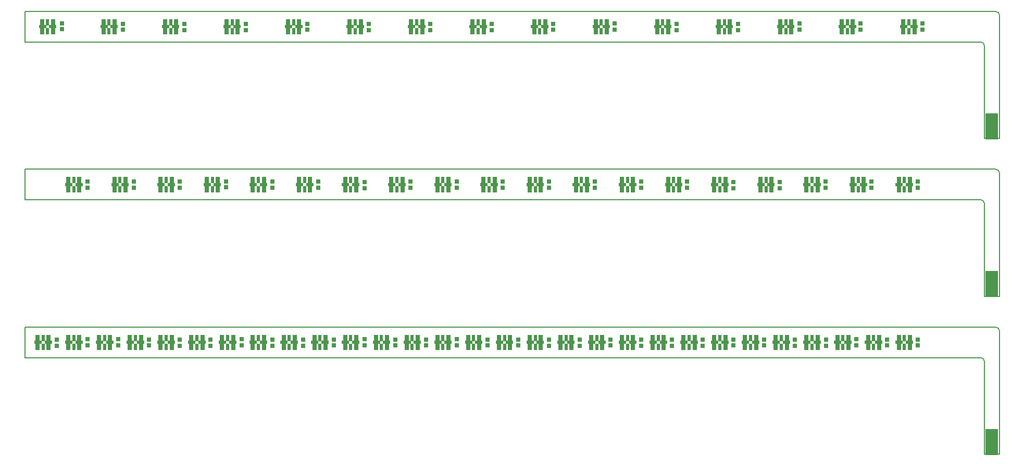
<source format=gts>
G04*
G04 #@! TF.GenerationSoftware,Altium Limited,Altium Designer,19.0.12 (326)*
G04*
G04 Layer_Color=8388736*
%FSLAX44Y44*%
%MOMM*%
G71*
G01*
G75*
%ADD21C,0.1270*%
%ADD28R,0.5032X4.2032*%
%ADD29R,0.7032X1.0032*%
%ADD30R,0.5032X1.0032*%
%ADD31R,1.2032X0.5032*%
%ADD32R,0.8032X0.8032*%
D21*
X1559500Y666000D02*
G03*
X1554500Y671000I-5000J0D01*
G01*
X1584500Y714640D02*
G03*
X1578140Y721000I-6360J0D01*
G01*
X0Y671000D02*
Y721000D01*
Y671000D02*
X1554500D01*
X0Y721000D02*
X1474500D01*
X1559500D01*
Y514000D02*
Y666000D01*
X1554500Y671000D02*
X1554500D01*
X1559500Y721000D02*
X1578140D01*
X1584500Y514000D02*
Y714640D01*
X1559500Y514000D02*
X1584500D01*
X1559500Y409000D02*
G03*
X1554500Y414000I-5000J0D01*
G01*
X1584500Y457640D02*
G03*
X1578140Y464000I-6360J0D01*
G01*
X0Y414000D02*
Y464000D01*
Y414000D02*
X1554500D01*
X0Y464000D02*
X1474500D01*
X1559500D01*
Y257000D02*
Y409000D01*
X1554500Y414000D02*
X1554500D01*
X1559500Y464000D02*
X1578140D01*
X1584500Y257000D02*
Y457640D01*
X1559500Y257000D02*
X1584500D01*
X1559500Y152000D02*
G03*
X1554500Y157000I-5000J0D01*
G01*
X1584500Y200640D02*
G03*
X1578140Y207000I-6360J0D01*
G01*
X0Y157000D02*
Y207000D01*
Y157000D02*
X1554500D01*
X0Y207000D02*
X1474500D01*
X1559500D01*
Y0D02*
Y152000D01*
X1554500Y157000D02*
X1554500D01*
X1559500Y207000D02*
X1578140D01*
X1584500Y0D02*
Y200640D01*
X1559500Y0D02*
X1584500D01*
D28*
X1564500Y533996D02*
D03*
X1569500D02*
D03*
X1574500D02*
D03*
X1579500D02*
D03*
X1564500Y276996D02*
D03*
X1569500D02*
D03*
X1574500D02*
D03*
X1579500D02*
D03*
X1564500Y19996D02*
D03*
X1569500D02*
D03*
X1574500D02*
D03*
X1579500D02*
D03*
D29*
X28056Y688500D02*
D03*
X46056D02*
D03*
X28056Y703500D02*
D03*
X46056D02*
D03*
X1446056Y703500D02*
D03*
X1428056D02*
D03*
X1446056Y688500D02*
D03*
X1428056D02*
D03*
X1328056D02*
D03*
X1346056D02*
D03*
X1328056Y703500D02*
D03*
X1346056D02*
D03*
X1246056Y703500D02*
D03*
X1228056D02*
D03*
X1246056Y688500D02*
D03*
X1228056D02*
D03*
X1128056D02*
D03*
X1146056D02*
D03*
X1128056Y703500D02*
D03*
X1146056D02*
D03*
X1046056Y703500D02*
D03*
X1028056D02*
D03*
X1046056Y688500D02*
D03*
X1028056D02*
D03*
X928056D02*
D03*
X946056D02*
D03*
X928056Y703500D02*
D03*
X946056D02*
D03*
X846056D02*
D03*
X828056D02*
D03*
X846056Y688500D02*
D03*
X828056D02*
D03*
X728056D02*
D03*
X746056D02*
D03*
X728056Y703500D02*
D03*
X746056D02*
D03*
X646056Y703500D02*
D03*
X628056D02*
D03*
X646056Y688500D02*
D03*
X628056D02*
D03*
X528056Y688500D02*
D03*
X546056D02*
D03*
X528056Y703500D02*
D03*
X546056D02*
D03*
X446056Y703500D02*
D03*
X428056D02*
D03*
X446056Y688500D02*
D03*
X428056D02*
D03*
X328056Y688501D02*
D03*
X346056D02*
D03*
X328056Y703501D02*
D03*
X346056D02*
D03*
X246056Y703500D02*
D03*
X228056D02*
D03*
X246056Y688500D02*
D03*
X228056D02*
D03*
X128056Y688501D02*
D03*
X146056D02*
D03*
X128056Y703501D02*
D03*
X146056D02*
D03*
X1438766Y446500D02*
D03*
X1420766D02*
D03*
X1438766Y431500D02*
D03*
X1420766D02*
D03*
X1345766D02*
D03*
X1363766D02*
D03*
X1345766Y446500D02*
D03*
X1363766D02*
D03*
X1288766D02*
D03*
X1270766D02*
D03*
X1288766Y431500D02*
D03*
X1270766D02*
D03*
X1195766D02*
D03*
X1213766D02*
D03*
X1195766Y446500D02*
D03*
X1213766D02*
D03*
X1138792Y446500D02*
D03*
X1120792D02*
D03*
X1138792Y431500D02*
D03*
X1120792D02*
D03*
X1045766Y431500D02*
D03*
X1063766D02*
D03*
X1045766Y446500D02*
D03*
X1063766D02*
D03*
X988766D02*
D03*
X970766D02*
D03*
X988766Y431500D02*
D03*
X970766D02*
D03*
X895766D02*
D03*
X913766D02*
D03*
X895766Y446500D02*
D03*
X913766D02*
D03*
X838766D02*
D03*
X820766D02*
D03*
X838766Y431500D02*
D03*
X820766D02*
D03*
X745766D02*
D03*
X763766D02*
D03*
X745766Y446500D02*
D03*
X763766D02*
D03*
X688766D02*
D03*
X670766D02*
D03*
X688766Y431500D02*
D03*
X670766D02*
D03*
X595766D02*
D03*
X613766D02*
D03*
X595766Y446500D02*
D03*
X613766D02*
D03*
X538766D02*
D03*
X520766D02*
D03*
X538766Y431500D02*
D03*
X520766D02*
D03*
X445766D02*
D03*
X463766D02*
D03*
X445766Y446500D02*
D03*
X463766D02*
D03*
X388766D02*
D03*
X370766D02*
D03*
X388766Y431500D02*
D03*
X370766D02*
D03*
X295766D02*
D03*
X313766D02*
D03*
X295766Y446500D02*
D03*
X313766D02*
D03*
X238766D02*
D03*
X220766D02*
D03*
X238766Y431500D02*
D03*
X220766D02*
D03*
X145766D02*
D03*
X163766D02*
D03*
X145766Y446500D02*
D03*
X163766D02*
D03*
X88766Y446500D02*
D03*
X70766D02*
D03*
X88766Y431500D02*
D03*
X70766D02*
D03*
X1438766Y189500D02*
D03*
X1420766D02*
D03*
X1438766Y174500D02*
D03*
X1420766D02*
D03*
X1370728D02*
D03*
X1388728D02*
D03*
X1370728Y189500D02*
D03*
X1388728D02*
D03*
X1338766D02*
D03*
X1320766D02*
D03*
X1338766Y174500D02*
D03*
X1320766D02*
D03*
X1270766D02*
D03*
X1288766D02*
D03*
X1270766Y189500D02*
D03*
X1288766D02*
D03*
X1238766D02*
D03*
X1220766D02*
D03*
X1238766Y174500D02*
D03*
X1220766D02*
D03*
X1170766D02*
D03*
X1188766D02*
D03*
X1170766Y189500D02*
D03*
X1188766D02*
D03*
X1138766D02*
D03*
X1120766D02*
D03*
X1138766Y174500D02*
D03*
X1120766D02*
D03*
X1070766D02*
D03*
X1088766D02*
D03*
X1070766Y189500D02*
D03*
X1088766D02*
D03*
X1038766Y189500D02*
D03*
X1020766D02*
D03*
X1038766Y174500D02*
D03*
X1020766D02*
D03*
X970766Y174500D02*
D03*
X988766D02*
D03*
X970766Y189500D02*
D03*
X988766D02*
D03*
X938766Y189500D02*
D03*
X920766D02*
D03*
X938766Y174500D02*
D03*
X920766D02*
D03*
X870766Y174500D02*
D03*
X888766D02*
D03*
X870766Y189500D02*
D03*
X888766D02*
D03*
X838766Y189500D02*
D03*
X820766D02*
D03*
X838766Y174500D02*
D03*
X820766D02*
D03*
X770780D02*
D03*
X788780D02*
D03*
X770780Y189500D02*
D03*
X788780D02*
D03*
X738742Y189500D02*
D03*
X720742D02*
D03*
X738742Y174500D02*
D03*
X720742D02*
D03*
X670766Y174500D02*
D03*
X688766D02*
D03*
X670766Y189500D02*
D03*
X688766D02*
D03*
X638766Y189500D02*
D03*
X620766D02*
D03*
X638766Y174500D02*
D03*
X620766D02*
D03*
X570766Y174500D02*
D03*
X588766D02*
D03*
X570766Y189500D02*
D03*
X588766D02*
D03*
X538766Y189500D02*
D03*
X520766D02*
D03*
X538766Y174500D02*
D03*
X520766D02*
D03*
X470766D02*
D03*
X488766D02*
D03*
X470766Y189500D02*
D03*
X488766D02*
D03*
X438766D02*
D03*
X420766D02*
D03*
X438766Y174500D02*
D03*
X420766D02*
D03*
X370766D02*
D03*
X388766D02*
D03*
X370766Y189500D02*
D03*
X388766D02*
D03*
X338766D02*
D03*
X320766D02*
D03*
X338766Y174500D02*
D03*
X320766D02*
D03*
X270766D02*
D03*
X288766D02*
D03*
X270766Y189500D02*
D03*
X288766D02*
D03*
X238766D02*
D03*
X220766D02*
D03*
X238766Y174500D02*
D03*
X220766D02*
D03*
X170766Y174500D02*
D03*
X188766D02*
D03*
X170766Y189500D02*
D03*
X188766D02*
D03*
X138766Y189500D02*
D03*
X120766D02*
D03*
X138766Y174500D02*
D03*
X120766D02*
D03*
X70766Y174500D02*
D03*
X88766D02*
D03*
X70766Y189500D02*
D03*
X88766D02*
D03*
X38766Y189500D02*
D03*
X20766D02*
D03*
X38766Y174500D02*
D03*
X20766D02*
D03*
D30*
X37056Y703500D02*
D03*
Y688500D02*
D03*
X1437056Y688500D02*
D03*
Y703500D02*
D03*
X1337056D02*
D03*
Y688500D02*
D03*
X1237056Y688500D02*
D03*
Y703500D02*
D03*
X1137056D02*
D03*
Y688500D02*
D03*
X1037056Y688500D02*
D03*
Y703500D02*
D03*
X937056D02*
D03*
Y688500D02*
D03*
X837056D02*
D03*
Y703500D02*
D03*
X737056D02*
D03*
Y688500D02*
D03*
X637056Y688500D02*
D03*
Y703500D02*
D03*
X537056Y703500D02*
D03*
Y688500D02*
D03*
X437056Y688500D02*
D03*
Y703500D02*
D03*
X337056Y703501D02*
D03*
Y688501D02*
D03*
X237056Y688500D02*
D03*
Y703500D02*
D03*
X137056Y703501D02*
D03*
Y688501D02*
D03*
X1429766Y431500D02*
D03*
Y446500D02*
D03*
X1354766D02*
D03*
Y431500D02*
D03*
X1279766D02*
D03*
Y446500D02*
D03*
X1204766D02*
D03*
Y431500D02*
D03*
X1129792Y431500D02*
D03*
Y446500D02*
D03*
X1054766Y446500D02*
D03*
Y431500D02*
D03*
X979766D02*
D03*
Y446500D02*
D03*
X904766D02*
D03*
Y431500D02*
D03*
X829766D02*
D03*
Y446500D02*
D03*
X754766D02*
D03*
Y431500D02*
D03*
X679766D02*
D03*
Y446500D02*
D03*
X604766D02*
D03*
Y431500D02*
D03*
X529766D02*
D03*
Y446500D02*
D03*
X454766D02*
D03*
Y431500D02*
D03*
X379766D02*
D03*
Y446500D02*
D03*
X304766D02*
D03*
Y431500D02*
D03*
X229766D02*
D03*
Y446500D02*
D03*
X154766D02*
D03*
Y431500D02*
D03*
X79766Y431500D02*
D03*
Y446500D02*
D03*
X1429766Y174500D02*
D03*
Y189500D02*
D03*
X1379728D02*
D03*
Y174500D02*
D03*
X1329766D02*
D03*
Y189500D02*
D03*
X1279766D02*
D03*
Y174500D02*
D03*
X1229766D02*
D03*
Y189500D02*
D03*
X1179766D02*
D03*
Y174500D02*
D03*
X1129766D02*
D03*
Y189500D02*
D03*
X1079766D02*
D03*
Y174500D02*
D03*
X1029766Y174500D02*
D03*
Y189500D02*
D03*
X979766Y189500D02*
D03*
Y174500D02*
D03*
X929766Y174500D02*
D03*
Y189500D02*
D03*
X879766Y189500D02*
D03*
Y174500D02*
D03*
X829766Y174500D02*
D03*
Y189500D02*
D03*
X779780D02*
D03*
Y174500D02*
D03*
X729742Y174500D02*
D03*
Y189500D02*
D03*
X679766Y189500D02*
D03*
Y174500D02*
D03*
X629766Y174500D02*
D03*
Y189500D02*
D03*
X579766Y189500D02*
D03*
Y174500D02*
D03*
X529766Y174500D02*
D03*
Y189500D02*
D03*
X479766D02*
D03*
Y174500D02*
D03*
X429766D02*
D03*
Y189500D02*
D03*
X379766D02*
D03*
Y174500D02*
D03*
X329766D02*
D03*
Y189500D02*
D03*
X279766D02*
D03*
Y174500D02*
D03*
X229766D02*
D03*
Y189500D02*
D03*
X179766Y189500D02*
D03*
Y174500D02*
D03*
X129766Y174500D02*
D03*
Y189500D02*
D03*
X79766Y189500D02*
D03*
Y174500D02*
D03*
X29766Y174500D02*
D03*
Y189500D02*
D03*
D31*
X28756Y696000D02*
D03*
X45356D02*
D03*
X1445356Y696000D02*
D03*
X1428756D02*
D03*
X1328756D02*
D03*
X1345356D02*
D03*
X1245356Y696000D02*
D03*
X1228756D02*
D03*
X1128756D02*
D03*
X1145356D02*
D03*
X1045356Y696000D02*
D03*
X1028756D02*
D03*
X928756D02*
D03*
X945356D02*
D03*
X845356D02*
D03*
X828756D02*
D03*
X728756D02*
D03*
X745356D02*
D03*
X645356Y696000D02*
D03*
X628756D02*
D03*
X528756Y696000D02*
D03*
X545356D02*
D03*
X445356Y696000D02*
D03*
X428756D02*
D03*
X328756Y696001D02*
D03*
X345356D02*
D03*
X245356Y696000D02*
D03*
X228756D02*
D03*
X128756Y696001D02*
D03*
X145356D02*
D03*
X1438066Y439000D02*
D03*
X1421466D02*
D03*
X1346466D02*
D03*
X1363066D02*
D03*
X1288066D02*
D03*
X1271466D02*
D03*
X1196466D02*
D03*
X1213066D02*
D03*
X1138092Y439000D02*
D03*
X1121492D02*
D03*
X1046466Y439000D02*
D03*
X1063066D02*
D03*
X988066D02*
D03*
X971466D02*
D03*
X896466D02*
D03*
X913066D02*
D03*
X838066D02*
D03*
X821466D02*
D03*
X746466D02*
D03*
X763066D02*
D03*
X688066D02*
D03*
X671466D02*
D03*
X596466D02*
D03*
X613066D02*
D03*
X538066D02*
D03*
X521466D02*
D03*
X446466D02*
D03*
X463066D02*
D03*
X388066D02*
D03*
X371466D02*
D03*
X296466D02*
D03*
X313066D02*
D03*
X238066D02*
D03*
X221466D02*
D03*
X146466D02*
D03*
X163066D02*
D03*
X88066Y439000D02*
D03*
X71466D02*
D03*
X1438066Y182000D02*
D03*
X1421466D02*
D03*
X1371428D02*
D03*
X1388028D02*
D03*
X1338066D02*
D03*
X1321466D02*
D03*
X1271466D02*
D03*
X1288066D02*
D03*
X1238066D02*
D03*
X1221466D02*
D03*
X1171466D02*
D03*
X1188066D02*
D03*
X1138066D02*
D03*
X1121466D02*
D03*
X1071466D02*
D03*
X1088066D02*
D03*
X1038066Y182000D02*
D03*
X1021466D02*
D03*
X971466Y182000D02*
D03*
X988066D02*
D03*
X938066Y182000D02*
D03*
X921466D02*
D03*
X871466Y182000D02*
D03*
X888066D02*
D03*
X838066Y182000D02*
D03*
X821466D02*
D03*
X771480D02*
D03*
X788080D02*
D03*
X738042Y182000D02*
D03*
X721442D02*
D03*
X671466Y182000D02*
D03*
X688066D02*
D03*
X638066Y182000D02*
D03*
X621466D02*
D03*
X571466Y182000D02*
D03*
X588066D02*
D03*
X538066Y182000D02*
D03*
X521466D02*
D03*
X471466D02*
D03*
X488066D02*
D03*
X438066D02*
D03*
X421466D02*
D03*
X371466D02*
D03*
X388066D02*
D03*
X338066D02*
D03*
X321466D02*
D03*
X271466D02*
D03*
X288066D02*
D03*
X238066D02*
D03*
X221466D02*
D03*
X171466Y182000D02*
D03*
X188066D02*
D03*
X138066Y182000D02*
D03*
X121466D02*
D03*
X71466Y182000D02*
D03*
X88066D02*
D03*
X38066Y182000D02*
D03*
X21466D02*
D03*
D32*
X60170Y691784D02*
D03*
Y701784D02*
D03*
X159264Y690919D02*
D03*
Y700920D02*
D03*
X259408Y690237D02*
D03*
Y700237D02*
D03*
X559408Y690666D02*
D03*
Y700666D02*
D03*
X459326Y690920D02*
D03*
Y700920D02*
D03*
X359408Y690792D02*
D03*
Y700792D02*
D03*
X659408Y690620D02*
D03*
Y700620D02*
D03*
X759154Y690754D02*
D03*
Y700754D02*
D03*
X859154Y690920D02*
D03*
Y700920D02*
D03*
X1059408Y690412D02*
D03*
Y700412D02*
D03*
X959154Y691000D02*
D03*
Y701000D02*
D03*
X1159534Y700238D02*
D03*
Y690238D02*
D03*
X1259154Y701174D02*
D03*
Y691174D02*
D03*
X1358688Y701000D02*
D03*
Y691000D02*
D03*
X1459154Y701000D02*
D03*
Y691000D02*
D03*
X102228Y434294D02*
D03*
Y444294D02*
D03*
X177118Y434054D02*
D03*
Y444054D02*
D03*
X252118Y433920D02*
D03*
Y443920D02*
D03*
X326958Y434308D02*
D03*
Y444308D02*
D03*
X402118Y433920D02*
D03*
Y443920D02*
D03*
X476974Y433919D02*
D03*
Y443919D02*
D03*
X552118Y433237D02*
D03*
Y443237D02*
D03*
X777118Y433666D02*
D03*
Y443666D02*
D03*
X702036Y433920D02*
D03*
Y443920D02*
D03*
X627118Y433792D02*
D03*
Y443792D02*
D03*
X852118Y433620D02*
D03*
Y443620D02*
D03*
X926864Y433754D02*
D03*
Y443754D02*
D03*
X1001864Y433920D02*
D03*
Y443920D02*
D03*
X1152144Y433412D02*
D03*
Y443412D02*
D03*
X1076864Y434000D02*
D03*
Y444000D02*
D03*
X1227244Y443238D02*
D03*
Y433238D02*
D03*
X1301864Y444174D02*
D03*
Y434174D02*
D03*
X1376398Y444000D02*
D03*
Y434000D02*
D03*
X1451864Y444000D02*
D03*
Y434000D02*
D03*
X252188Y176866D02*
D03*
Y186866D02*
D03*
X202200Y177056D02*
D03*
Y187056D02*
D03*
X152228Y177388D02*
D03*
Y187388D02*
D03*
X102290Y177254D02*
D03*
Y187254D02*
D03*
X52228Y176500D02*
D03*
Y186500D02*
D03*
X502118Y176920D02*
D03*
Y186920D02*
D03*
X552228Y177294D02*
D03*
Y187294D02*
D03*
X302118Y176786D02*
D03*
Y186786D02*
D03*
X352372Y177294D02*
D03*
Y187294D02*
D03*
X402182Y176826D02*
D03*
Y186826D02*
D03*
X452372Y176799D02*
D03*
Y186799D02*
D03*
X602118Y177054D02*
D03*
Y187054D02*
D03*
X652118Y176920D02*
D03*
Y186920D02*
D03*
X701958Y177308D02*
D03*
Y187308D02*
D03*
X752094Y176920D02*
D03*
Y186920D02*
D03*
X801988Y176919D02*
D03*
Y186919D02*
D03*
X852118Y176237D02*
D03*
Y186237D02*
D03*
X1002118Y176666D02*
D03*
Y186666D02*
D03*
X952036Y176920D02*
D03*
Y186920D02*
D03*
X902118Y176792D02*
D03*
Y186792D02*
D03*
X1052118Y176620D02*
D03*
Y186620D02*
D03*
X1101864Y176754D02*
D03*
Y186754D02*
D03*
X1151864Y176920D02*
D03*
Y186920D02*
D03*
X1252118Y176412D02*
D03*
Y186412D02*
D03*
X1201864Y177000D02*
D03*
Y187000D02*
D03*
X1302244Y186238D02*
D03*
Y176238D02*
D03*
X1351864Y187174D02*
D03*
Y177174D02*
D03*
X1401360Y187000D02*
D03*
Y177000D02*
D03*
X1451864Y187000D02*
D03*
Y177000D02*
D03*
M02*

</source>
